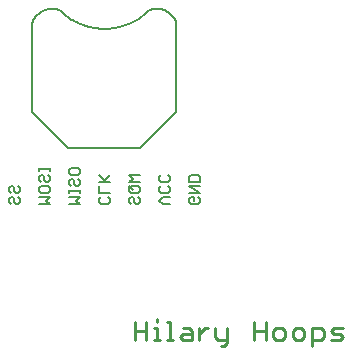
<source format=gbr>
G04 EAGLE Gerber RS-274X export*
G75*
%MOMM*%
%FSLAX34Y34*%
%LPD*%
%INSilkscreen Bottom*%
%IPPOS*%
%AMOC8*
5,1,8,0,0,1.08239X$1,22.5*%
G01*
%ADD10C,0.152400*%
%ADD11C,0.279400*%
%ADD12C,0.127000*%


D10*
X180685Y34464D02*
X182125Y33024D01*
X182125Y30143D01*
X180685Y28702D01*
X174923Y28702D01*
X173482Y30143D01*
X173482Y33024D01*
X174923Y34464D01*
X177804Y34464D01*
X177804Y31583D01*
X182125Y38057D02*
X173482Y38057D01*
X173482Y43819D02*
X182125Y38057D01*
X182125Y43819D02*
X173482Y43819D01*
X173482Y47412D02*
X182125Y47412D01*
X173482Y47412D02*
X173482Y51734D01*
X174923Y53175D01*
X180685Y53175D01*
X182125Y51734D01*
X182125Y47412D01*
X29725Y33024D02*
X28285Y34464D01*
X29725Y33024D02*
X29725Y30143D01*
X28285Y28702D01*
X26844Y28702D01*
X25404Y30143D01*
X25404Y33024D01*
X23963Y34464D01*
X22523Y34464D01*
X21082Y33024D01*
X21082Y30143D01*
X22523Y28702D01*
X29725Y42379D02*
X28285Y43819D01*
X29725Y42379D02*
X29725Y39498D01*
X28285Y38057D01*
X26844Y38057D01*
X25404Y39498D01*
X25404Y42379D01*
X23963Y43819D01*
X22523Y43819D01*
X21082Y42379D01*
X21082Y39498D01*
X22523Y38057D01*
X104485Y34464D02*
X105925Y33024D01*
X105925Y30143D01*
X104485Y28702D01*
X98723Y28702D01*
X97282Y30143D01*
X97282Y33024D01*
X98723Y34464D01*
X97282Y38057D02*
X105925Y38057D01*
X97282Y38057D02*
X97282Y43819D01*
X97282Y47412D02*
X105925Y47412D01*
X100163Y47412D02*
X105925Y53175D01*
X101604Y48853D02*
X97282Y53175D01*
X80525Y28702D02*
X71882Y28702D01*
X77644Y31583D02*
X80525Y28702D01*
X77644Y31583D02*
X80525Y34464D01*
X71882Y34464D01*
X71882Y38057D02*
X71882Y40938D01*
X71882Y39498D02*
X80525Y39498D01*
X80525Y40938D02*
X80525Y38057D01*
X80525Y48616D02*
X79085Y50056D01*
X80525Y48616D02*
X80525Y45735D01*
X79085Y44294D01*
X77644Y44294D01*
X76204Y45735D01*
X76204Y48616D01*
X74763Y50056D01*
X73323Y50056D01*
X71882Y48616D01*
X71882Y45735D01*
X73323Y44294D01*
X80525Y55090D02*
X80525Y57971D01*
X80525Y55090D02*
X79085Y53649D01*
X73323Y53649D01*
X71882Y55090D01*
X71882Y57971D01*
X73323Y59411D01*
X79085Y59411D01*
X80525Y57971D01*
X55125Y28702D02*
X46482Y28702D01*
X52244Y31583D02*
X55125Y28702D01*
X52244Y31583D02*
X55125Y34464D01*
X46482Y34464D01*
X55125Y39498D02*
X55125Y42379D01*
X55125Y39498D02*
X53685Y38057D01*
X47923Y38057D01*
X46482Y39498D01*
X46482Y42379D01*
X47923Y43819D01*
X53685Y43819D01*
X55125Y42379D01*
X55125Y51734D02*
X53685Y53175D01*
X55125Y51734D02*
X55125Y48853D01*
X53685Y47412D01*
X52244Y47412D01*
X50804Y48853D01*
X50804Y51734D01*
X49363Y53175D01*
X47923Y53175D01*
X46482Y51734D01*
X46482Y48853D01*
X47923Y47412D01*
X46482Y56768D02*
X46482Y59649D01*
X46482Y58208D02*
X55125Y58208D01*
X55125Y56768D02*
X55125Y59649D01*
X150963Y28702D02*
X156725Y28702D01*
X150963Y28702D02*
X148082Y31583D01*
X150963Y34464D01*
X156725Y34464D01*
X156725Y42379D02*
X155285Y43819D01*
X156725Y42379D02*
X156725Y39498D01*
X155285Y38057D01*
X149523Y38057D01*
X148082Y39498D01*
X148082Y42379D01*
X149523Y43819D01*
X156725Y51734D02*
X155285Y53175D01*
X156725Y51734D02*
X156725Y48853D01*
X155285Y47412D01*
X149523Y47412D01*
X148082Y48853D01*
X148082Y51734D01*
X149523Y53175D01*
X129885Y34464D02*
X131325Y33024D01*
X131325Y30143D01*
X129885Y28702D01*
X128444Y28702D01*
X127004Y30143D01*
X127004Y33024D01*
X125563Y34464D01*
X124123Y34464D01*
X122682Y33024D01*
X122682Y30143D01*
X124123Y28702D01*
X124123Y38057D02*
X129885Y38057D01*
X131325Y39498D01*
X131325Y42379D01*
X129885Y43819D01*
X124123Y43819D01*
X122682Y42379D01*
X122682Y39498D01*
X124123Y38057D01*
X125563Y40938D02*
X122682Y43819D01*
X122682Y47412D02*
X131325Y47412D01*
X125563Y50294D02*
X122682Y47412D01*
X125563Y50294D02*
X122682Y53175D01*
X131325Y53175D01*
D11*
X127191Y-71234D02*
X127191Y-86233D01*
X127191Y-78734D02*
X137190Y-78734D01*
X137190Y-86233D02*
X137190Y-71234D01*
X143562Y-76234D02*
X146062Y-76234D01*
X146062Y-86233D01*
X143562Y-86233D02*
X148562Y-86233D01*
X146062Y-71234D02*
X146062Y-68734D01*
X154477Y-71234D02*
X156977Y-71234D01*
X156977Y-86233D01*
X159476Y-86233D02*
X154477Y-86233D01*
X167891Y-76234D02*
X172891Y-76234D01*
X175390Y-78734D01*
X175390Y-86233D01*
X167891Y-86233D01*
X165391Y-83733D01*
X167891Y-81233D01*
X175390Y-81233D01*
X181763Y-76234D02*
X181763Y-86233D01*
X181763Y-81233D02*
X186762Y-76234D01*
X189262Y-76234D01*
X195406Y-76234D02*
X195406Y-83733D01*
X197906Y-86233D01*
X205405Y-86233D01*
X205405Y-88733D02*
X205405Y-76234D01*
X205405Y-88733D02*
X202905Y-91233D01*
X200405Y-91233D01*
X228149Y-86233D02*
X228149Y-71234D01*
X228149Y-78734D02*
X238148Y-78734D01*
X238148Y-86233D02*
X238148Y-71234D01*
X247020Y-86233D02*
X252020Y-86233D01*
X254520Y-83733D01*
X254520Y-78734D01*
X252020Y-76234D01*
X247020Y-76234D01*
X244520Y-78734D01*
X244520Y-83733D01*
X247020Y-86233D01*
X263392Y-86233D02*
X268391Y-86233D01*
X270891Y-83733D01*
X270891Y-78734D01*
X268391Y-76234D01*
X263392Y-76234D01*
X260892Y-78734D01*
X260892Y-83733D01*
X263392Y-86233D01*
X277264Y-91233D02*
X277264Y-76234D01*
X284763Y-76234D01*
X287263Y-78734D01*
X287263Y-83733D01*
X284763Y-86233D01*
X277264Y-86233D01*
X293635Y-86233D02*
X301135Y-86233D01*
X303634Y-83733D01*
X301135Y-81233D01*
X296135Y-81233D01*
X293635Y-78734D01*
X296135Y-76234D01*
X303634Y-76234D01*
D12*
X162560Y182880D02*
X162402Y183277D01*
X162234Y183670D01*
X162057Y184059D01*
X161870Y184444D01*
X161674Y184824D01*
X161469Y185199D01*
X161255Y185569D01*
X161032Y185934D01*
X160801Y186293D01*
X160561Y186647D01*
X160312Y186994D01*
X160055Y187336D01*
X159790Y187671D01*
X159516Y188000D01*
X159235Y188322D01*
X158947Y188637D01*
X158650Y188945D01*
X158347Y189246D01*
X158036Y189539D01*
X157718Y189825D01*
X157393Y190103D01*
X157062Y190373D01*
X156724Y190635D01*
X156380Y190889D01*
X156030Y191135D01*
X155674Y191372D01*
X155313Y191600D01*
X154946Y191819D01*
X154574Y192030D01*
X154197Y192231D01*
X153815Y192423D01*
X153429Y192606D01*
X153038Y192780D01*
X152644Y192944D01*
X152245Y193099D01*
X151843Y193244D01*
X151437Y193379D01*
X151029Y193504D01*
X150617Y193619D01*
X150203Y193725D01*
X149786Y193820D01*
X149367Y193905D01*
X148946Y193980D01*
X148524Y194045D01*
X148100Y194100D01*
X147675Y194144D01*
X147249Y194178D01*
X146822Y194202D01*
X146395Y194216D01*
X145967Y194219D01*
X145540Y194212D01*
X145113Y194194D01*
X144686Y194166D01*
X144260Y194128D01*
X143836Y194080D01*
X143412Y194021D01*
X142990Y193952D01*
X142570Y193873D01*
X142152Y193784D01*
X141736Y193685D01*
X141323Y193576D01*
X140913Y193457D01*
X140505Y193327D01*
X140101Y193189D01*
X139700Y193040D01*
X63500Y193040D02*
X63099Y193189D01*
X62695Y193327D01*
X62287Y193457D01*
X61877Y193576D01*
X61464Y193685D01*
X61048Y193784D01*
X60630Y193873D01*
X60210Y193952D01*
X59788Y194021D01*
X59364Y194080D01*
X58940Y194128D01*
X58514Y194166D01*
X58087Y194194D01*
X57660Y194212D01*
X57233Y194219D01*
X56805Y194216D01*
X56378Y194202D01*
X55951Y194178D01*
X55525Y194144D01*
X55100Y194100D01*
X54676Y194045D01*
X54254Y193980D01*
X53833Y193905D01*
X53414Y193820D01*
X52997Y193725D01*
X52583Y193619D01*
X52171Y193504D01*
X51763Y193379D01*
X51357Y193244D01*
X50955Y193099D01*
X50556Y192944D01*
X50162Y192780D01*
X49771Y192606D01*
X49385Y192423D01*
X49003Y192231D01*
X48626Y192030D01*
X48254Y191819D01*
X47887Y191600D01*
X47526Y191372D01*
X47170Y191135D01*
X46820Y190889D01*
X46476Y190635D01*
X46138Y190373D01*
X45807Y190103D01*
X45482Y189825D01*
X45164Y189539D01*
X44853Y189246D01*
X44550Y188945D01*
X44253Y188637D01*
X43965Y188322D01*
X43684Y188000D01*
X43410Y187671D01*
X43145Y187336D01*
X42888Y186994D01*
X42639Y186647D01*
X42399Y186293D01*
X42168Y185934D01*
X41945Y185569D01*
X41731Y185199D01*
X41526Y184824D01*
X41330Y184444D01*
X41143Y184059D01*
X40966Y183670D01*
X40798Y183277D01*
X40640Y182880D01*
X40640Y106680D01*
X71120Y76200D01*
X132080Y76200D01*
X162560Y106680D01*
X162560Y182880D01*
X139700Y193040D02*
X138769Y192130D01*
X137815Y191243D01*
X136840Y190380D01*
X135845Y189540D01*
X134830Y188725D01*
X133795Y187934D01*
X132742Y187169D01*
X131670Y186429D01*
X130581Y185716D01*
X129475Y185029D01*
X128353Y184369D01*
X127215Y183736D01*
X126062Y183131D01*
X124895Y182554D01*
X123714Y182005D01*
X122520Y181485D01*
X121314Y180994D01*
X120097Y180532D01*
X118868Y180100D01*
X117630Y179698D01*
X116382Y179325D01*
X115126Y178983D01*
X113862Y178672D01*
X112590Y178391D01*
X111313Y178141D01*
X110029Y177921D01*
X108741Y177733D01*
X107448Y177576D01*
X106152Y177451D01*
X104853Y177356D01*
X103553Y177293D01*
X102251Y177262D01*
X100949Y177262D01*
X99647Y177293D01*
X98347Y177356D01*
X97048Y177451D01*
X95752Y177576D01*
X94459Y177733D01*
X93171Y177921D01*
X91887Y178141D01*
X90610Y178391D01*
X89338Y178672D01*
X88074Y178983D01*
X86818Y179325D01*
X85570Y179698D01*
X84332Y180100D01*
X83103Y180532D01*
X81886Y180994D01*
X80680Y181485D01*
X79486Y182005D01*
X78305Y182554D01*
X77138Y183131D01*
X75985Y183736D01*
X74847Y184369D01*
X73725Y185029D01*
X72619Y185716D01*
X71530Y186429D01*
X70458Y187169D01*
X69405Y187934D01*
X68370Y188725D01*
X67355Y189540D01*
X66360Y190380D01*
X65385Y191243D01*
X64431Y192130D01*
X63500Y193040D01*
M02*

</source>
